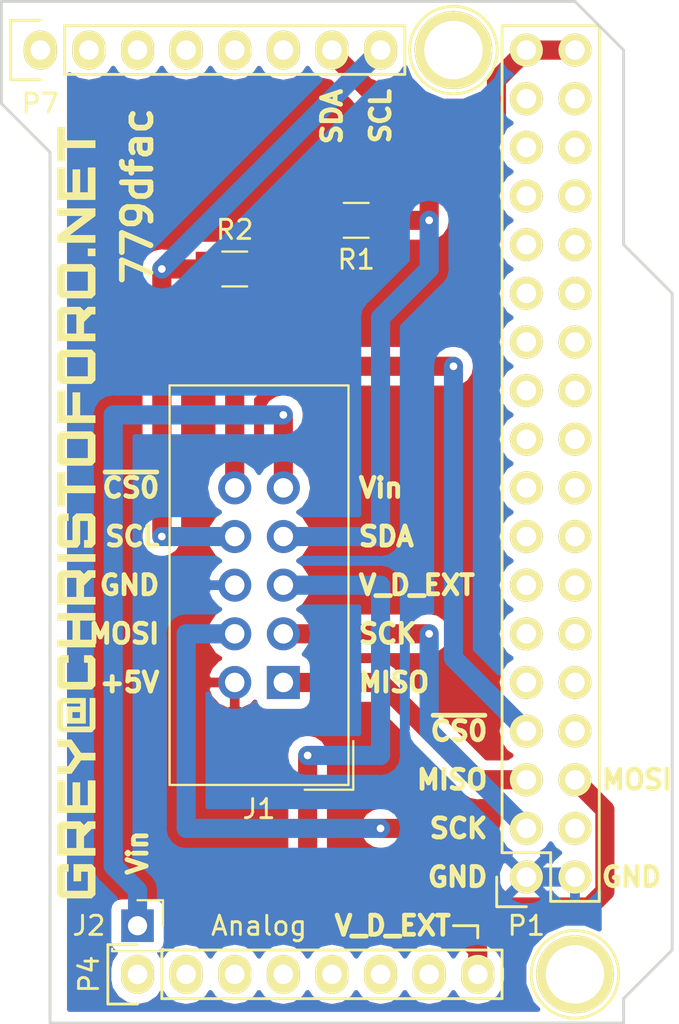
<source format=kicad_pcb>
(kicad_pcb (version 20171130) (host pcbnew "(5.0.0-rc1)")

  (general
    (thickness 1.6)
    (drawings 34)
    (tracks 62)
    (zones 0)
    (modules 10)
    (nets 11)
  )

  (page A4)
  (title_block
    (date "mar. 31 mars 2015")
  )

  (layers
    (0 F.Cu signal)
    (31 B.Cu signal)
    (32 B.Adhes user)
    (33 F.Adhes user)
    (34 B.Paste user)
    (35 F.Paste user)
    (36 B.SilkS user)
    (37 F.SilkS user)
    (38 B.Mask user)
    (39 F.Mask user)
    (40 Dwgs.User user)
    (41 Cmts.User user)
    (42 Eco1.User user)
    (43 Eco2.User user)
    (44 Edge.Cuts user)
    (45 Margin user)
    (46 B.CrtYd user)
    (47 F.CrtYd user)
    (48 B.Fab user)
    (49 F.Fab user)
  )

  (setup
    (last_trace_width 0.25)
    (user_trace_width 0.4)
    (user_trace_width 1)
    (trace_clearance 0.2)
    (zone_clearance 0.508)
    (zone_45_only no)
    (trace_min 0.2)
    (segment_width 0.15)
    (edge_width 0.15)
    (via_size 0.6)
    (via_drill 0.4)
    (via_min_size 0.4)
    (via_min_drill 0.3)
    (uvia_size 0.3)
    (uvia_drill 0.1)
    (uvias_allowed no)
    (uvia_min_size 0.2)
    (uvia_min_drill 0.1)
    (pcb_text_width 0.3)
    (pcb_text_size 1.5 1.5)
    (mod_edge_width 0.15)
    (mod_text_size 1 1)
    (mod_text_width 0.15)
    (pad_size 4.064 4.064)
    (pad_drill 3.048)
    (pad_to_mask_clearance 0)
    (aux_axis_origin 103.378 121.666)
    (grid_origin 177.038 119.126)
    (visible_elements FFFFFF7F)
    (pcbplotparams
      (layerselection 0x010fc_ffffffff)
      (usegerberextensions false)
      (usegerberattributes true)
      (usegerberadvancedattributes true)
      (creategerberjobfile true)
      (excludeedgelayer true)
      (linewidth 0.100000)
      (plotframeref false)
      (viasonmask false)
      (mode 1)
      (useauxorigin false)
      (hpglpennumber 1)
      (hpglpenspeed 20)
      (hpglpendiameter 15)
      (psnegative false)
      (psa4output false)
      (plotreference true)
      (plotvalue true)
      (plotinvisibletext false)
      (padsonsilk false)
      (subtractmaskfromsilk false)
      (outputformat 1)
      (mirror false)
      (drillshape 0)
      (scaleselection 1)
      (outputdirectory output/))
  )

  (net 0 "")
  (net 1 GND)
  (net 2 +5V)
  (net 3 MISO)
  (net 4 SCK)
  (net 5 MOSI)
  (net 6 V_D_EXT)
  (net 7 SDA)
  (net 8 SCL)
  (net 9 /Vin)
  (net 10 ~CS0)

  (net_class Default "This is the default net class."
    (clearance 0.2)
    (trace_width 0.25)
    (via_dia 0.6)
    (via_drill 0.4)
    (uvia_dia 0.3)
    (uvia_drill 0.1)
    (add_net +5V)
    (add_net /Vin)
    (add_net GND)
    (add_net MISO)
    (add_net MOSI)
    (add_net SCK)
    (add_net SCL)
    (add_net SDA)
    (add_net V_D_EXT)
    (add_net ~CS0)
  )

  (module myparts:Socket_Strip_Arduino_2x18 (layer F.Cu) (tedit 5A887920) (tstamp 5AA12D42)
    (at 197.358 114.046 90)
    (descr "Through hole socket strip")
    (tags "socket strip")
    (path /56D743B5)
    (fp_text reference P1 (at -2.54 0 180) (layer F.SilkS)
      (effects (font (size 1 1) (thickness 0.15)))
    )
    (fp_text value Digital (at 17.78 5.08 90) (layer F.Fab)
      (effects (font (size 1 1) (thickness 0.15)))
    )
    (fp_line (start -1.55 -1.55) (end -1.55 0) (layer F.SilkS) (width 0.15))
    (fp_line (start 1.27 1.27) (end 1.27 -1.27) (layer F.SilkS) (width 0.15))
    (fp_line (start -1.27 1.27) (end 1.27 1.27) (layer F.SilkS) (width 0.15))
    (fp_line (start 0 -1.55) (end -1.55 -1.55) (layer F.SilkS) (width 0.15))
    (fp_line (start -1.27 3.81) (end -1.27 1.27) (layer F.SilkS) (width 0.15))
    (fp_line (start 44.45 3.81) (end 44.45 -1.27) (layer F.SilkS) (width 0.15))
    (fp_line (start 44.45 -1.27) (end 1.27 -1.27) (layer F.SilkS) (width 0.15))
    (fp_line (start -1.27 3.81) (end 44.45 3.81) (layer F.SilkS) (width 0.15))
    (fp_line (start -1.75 4.3) (end 44.95 4.3) (layer F.CrtYd) (width 0.05))
    (fp_line (start -1.75 -1.75) (end 44.95 -1.75) (layer F.CrtYd) (width 0.05))
    (fp_line (start 44.95 -1.75) (end 44.95 4.3) (layer F.CrtYd) (width 0.05))
    (fp_line (start -1.75 -1.75) (end -1.75 4.3) (layer F.CrtYd) (width 0.05))
    (pad 36 thru_hole oval (at 43.18 2.54 90) (size 1.7272 1.7272) (drill 1.016) (layers *.Cu *.Mask F.SilkS)
      (net 2 +5V))
    (pad 35 thru_hole oval (at 43.18 0 90) (size 1.7272 1.7272) (drill 1.016) (layers *.Cu *.Mask F.SilkS)
      (net 2 +5V))
    (pad 34 thru_hole oval (at 40.64 2.54 90) (size 1.7272 1.7272) (drill 1.016) (layers *.Cu *.Mask F.SilkS))
    (pad 33 thru_hole oval (at 40.64 0 90) (size 1.7272 1.7272) (drill 1.016) (layers *.Cu *.Mask F.SilkS))
    (pad 32 thru_hole oval (at 38.1 2.54 90) (size 1.7272 1.7272) (drill 1.016) (layers *.Cu *.Mask F.SilkS))
    (pad 31 thru_hole oval (at 38.1 0 90) (size 1.7272 1.7272) (drill 1.016) (layers *.Cu *.Mask F.SilkS))
    (pad 30 thru_hole oval (at 35.56 2.54 90) (size 1.7272 1.7272) (drill 1.016) (layers *.Cu *.Mask F.SilkS))
    (pad 29 thru_hole oval (at 35.56 0 90) (size 1.7272 1.7272) (drill 1.016) (layers *.Cu *.Mask F.SilkS))
    (pad 28 thru_hole oval (at 33.02 2.54 90) (size 1.7272 1.7272) (drill 1.016) (layers *.Cu *.Mask F.SilkS))
    (pad 27 thru_hole oval (at 33.02 0 90) (size 1.7272 1.7272) (drill 1.016) (layers *.Cu *.Mask F.SilkS))
    (pad 26 thru_hole oval (at 30.48 2.54 90) (size 1.7272 1.7272) (drill 1.016) (layers *.Cu *.Mask F.SilkS))
    (pad 25 thru_hole oval (at 30.48 0 90) (size 1.7272 1.7272) (drill 1.016) (layers *.Cu *.Mask F.SilkS))
    (pad 24 thru_hole oval (at 27.94 2.54 90) (size 1.7272 1.7272) (drill 1.016) (layers *.Cu *.Mask F.SilkS))
    (pad 23 thru_hole oval (at 27.94 0 90) (size 1.7272 1.7272) (drill 1.016) (layers *.Cu *.Mask F.SilkS))
    (pad 22 thru_hole oval (at 25.4 2.54 90) (size 1.7272 1.7272) (drill 1.016) (layers *.Cu *.Mask F.SilkS))
    (pad 21 thru_hole oval (at 25.4 0 90) (size 1.7272 1.7272) (drill 1.016) (layers *.Cu *.Mask F.SilkS))
    (pad 20 thru_hole oval (at 22.86 2.54 90) (size 1.7272 1.7272) (drill 1.016) (layers *.Cu *.Mask F.SilkS))
    (pad 19 thru_hole oval (at 22.86 0 90) (size 1.7272 1.7272) (drill 1.016) (layers *.Cu *.Mask F.SilkS))
    (pad 18 thru_hole oval (at 20.32 2.54 90) (size 1.7272 1.7272) (drill 1.016) (layers *.Cu *.Mask F.SilkS))
    (pad 17 thru_hole oval (at 20.32 0 90) (size 1.7272 1.7272) (drill 1.016) (layers *.Cu *.Mask F.SilkS))
    (pad 16 thru_hole oval (at 17.78 2.54 90) (size 1.7272 1.7272) (drill 1.016) (layers *.Cu *.Mask F.SilkS))
    (pad 15 thru_hole oval (at 17.78 0 90) (size 1.7272 1.7272) (drill 1.016) (layers *.Cu *.Mask F.SilkS))
    (pad 14 thru_hole oval (at 15.24 2.54 90) (size 1.7272 1.7272) (drill 1.016) (layers *.Cu *.Mask F.SilkS))
    (pad 13 thru_hole oval (at 15.24 0 90) (size 1.7272 1.7272) (drill 1.016) (layers *.Cu *.Mask F.SilkS))
    (pad 12 thru_hole oval (at 12.7 2.54 90) (size 1.7272 1.7272) (drill 1.016) (layers *.Cu *.Mask F.SilkS))
    (pad 11 thru_hole oval (at 12.7 0 90) (size 1.7272 1.7272) (drill 1.016) (layers *.Cu *.Mask F.SilkS))
    (pad 10 thru_hole oval (at 10.16 2.54 90) (size 1.7272 1.7272) (drill 1.016) (layers *.Cu *.Mask F.SilkS))
    (pad 9 thru_hole oval (at 10.16 0 90) (size 1.7272 1.7272) (drill 1.016) (layers *.Cu *.Mask F.SilkS))
    (pad 8 thru_hole oval (at 7.62 2.54 90) (size 1.7272 1.7272) (drill 1.016) (layers *.Cu *.Mask F.SilkS))
    (pad 7 thru_hole oval (at 7.62 0 90) (size 1.7272 1.7272) (drill 1.016) (layers *.Cu *.Mask F.SilkS)
      (net 10 ~CS0))
    (pad 6 thru_hole oval (at 5.08 2.54 90) (size 1.7272 1.7272) (drill 1.016) (layers *.Cu *.Mask F.SilkS)
      (net 5 MOSI))
    (pad 5 thru_hole oval (at 5.08 0 90) (size 1.7272 1.7272) (drill 1.016) (layers *.Cu *.Mask F.SilkS)
      (net 3 MISO))
    (pad 4 thru_hole oval (at 2.54 2.54 90) (size 1.7272 1.7272) (drill 1.016) (layers *.Cu *.Mask F.SilkS))
    (pad 3 thru_hole oval (at 2.54 0 90) (size 1.7272 1.7272) (drill 1.016) (layers *.Cu *.Mask F.SilkS)
      (net 4 SCK))
    (pad 2 thru_hole oval (at 0 2.54 90) (size 1.7272 1.7272) (drill 1.016) (layers *.Cu *.Mask F.SilkS)
      (net 1 GND))
    (pad 1 thru_hole circle (at 0 0 90) (size 1.7272 1.7272) (drill 1.016) (layers *.Cu *.Mask F.SilkS)
      (net 1 GND))
    (model ${KIPRJMOD}/sharedLibs/myparts.3dshapes/Socket_header_Arduino_2x18.wrl
      (offset (xyz 21.58999967575073 -1.269999980926514 0))
      (scale (xyz 1 1 1))
      (rotate (xyz 0 0 180))
    )
  )

  (module myparts:logo (layer F.Cu) (tedit 0) (tstamp 5AA12B66)
    (at 173.863 94.996 90)
    (path /5A893AFD)
    (fp_text reference L1 (at 0 -4 90) (layer F.SilkS) hide
      (effects (font (size 1.524 1.524) (thickness 0.2)))
    )
    (fp_text value GREY@CHRISTOFORO.NET (at 0 4 90) (layer F.SilkS) hide
      (effects (font (size 1.524 1.524) (thickness 0.2)))
    )
    (fp_poly (pts (xy 8.491005 -0.820672) (xy 8.293997 -1.023438) (xy 6.89484 -1.023438) (xy 6.69778 -0.820672)
      (xy 7.097553 -0.623664) (xy 8.09411 -0.623664) (xy 8.09411 0.57684) (xy 7.097553 0.57684)
      (xy 7.097553 -0.623664) (xy 6.69778 -0.820672) (xy 6.69778 0.779554) (xy 6.89484 0.976563)
      (xy 8.293997 0.976563) (xy 8.491005 0.779554)) (layer F.SilkS) (width 0.001))
    (fp_poly (pts (xy -3.826794 0.379625) (xy -3.626907 0.576737) (xy -3.42702 0.779502) (xy -3.42702 0.976563)
      (xy -3.030124 0.976563) (xy -3.030124 0.576737) (xy -3.227133 0.379625) (xy -3.030124 0.179738)
      (xy -3.030124 -0.820672) (xy -3.227133 -1.023438) (xy -4.82335 -1.023438) (xy -4.82335 0.976563)
      (xy -4.423576 0.976563) (xy -4.423576 -0.623664) (xy -3.42702 -0.623664) (xy -3.42702 -0.020148)
      (xy -4.423576 -0.020148) (xy -4.423576 -0.623664) (xy -4.423576 0.379625) (xy -3.826794 0.379625)) (layer F.SilkS) (width 0.001))
    (fp_poly (pts (xy -2.59027 -1.023438) (xy -2.59027 0.976563) (xy -2.190497 0.976563) (xy -2.190497 -1.023438)) (layer F.SilkS) (width 0.001))
    (fp_poly (pts (xy 6.257247 0.178967) (xy 6.257247 -0.220805) (xy 5.060814 -0.220805) (xy 5.060814 -0.623664)
      (xy 6.357165 -0.623664) (xy 6.357165 -1.023438) (xy 4.66104 -1.023438) (xy 4.66104 0.976563)
      (xy 5.060814 0.976563) (xy 5.060814 0.178967)) (layer F.SilkS) (width 0.001))
    (fp_poly (pts (xy 12.957185 -0.820672) (xy 12.760177 -1.023438) (xy 11.36102 -1.023438) (xy 11.16396 -0.820672)
      (xy 11.563734 -0.623664) (xy 12.56029 -0.623664) (xy 12.56029 0.57684) (xy 11.563734 0.57684)
      (xy 11.563734 -0.623664) (xy 11.16396 -0.820672) (xy 11.16396 0.779554) (xy 11.36102 0.976563)
      (xy 12.760177 0.976563) (xy 12.957185 0.779554)) (layer F.SilkS) (width 0.001))
    (fp_poly (pts (xy -0.060892 -0.024208) (xy -0.257901 -0.224095) (xy -1.454343 -0.224095) (xy -1.454343 -0.623664)
      (xy -0.457788 -0.623664) (xy -0.457788 -0.423777) (xy -0.060892 -0.423777) (xy -0.060892 -0.820672)
      (xy -0.257901 -1.023438) (xy -1.657057 -1.023438) (xy -1.854117 -0.820672) (xy -1.854117 0.035773)
      (xy -1.657057 0.178557) (xy -0.457788 0.178557) (xy -0.457788 0.57684) (xy -1.454343 0.57684)
      (xy -1.454343 0.379111) (xy -1.854117 0.379111) (xy -1.854117 0.779554) (xy -1.657057 0.976563)
      (xy -0.257901 0.976563) (xy -0.060892 0.779554)) (layer F.SilkS) (width 0.001))
    (fp_poly (pts (xy 4.221186 -0.820672) (xy 4.024178 -1.023438) (xy 2.625021 -1.023438) (xy 2.827734 0.57684)
      (xy 2.827734 -0.623664) (xy 3.824291 -0.623664) (xy 3.824291 0.57684) (xy 2.827734 0.57684)
      (xy 2.625021 -1.023438) (xy 2.427961 -0.820672) (xy 2.427961 0.779554) (xy 2.625021 0.976563)
      (xy 4.024178 0.976563) (xy 4.221186 0.779554)) (layer F.SilkS) (width 0.001))
    (fp_poly (pts (xy 2.086554 -0.623664) (xy 2.086554 -1.023438) (xy 0.29333 -1.023438) (xy 0.29333 -0.623664)
      (xy 0.992907 -0.623664) (xy 0.992907 0.976563) (xy 1.392681 0.976563) (xy 1.392681 -0.623664)) (layer F.SilkS) (width 0.001))
    (fp_poly (pts (xy 13.368472 0.57684) (xy 13.368472 0.976563) (xy 13.768246 0.976563) (xy 13.768246 0.57684)) (layer F.SilkS) (width 0.001))
    (fp_poly (pts (xy 18.317383 -1.023438) (xy 18.317383 -0.623664) (xy 19.016961 -0.623664) (xy 19.016961 0.976563)
      (xy 19.416735 0.976563) (xy 19.416735 -0.623664) (xy 20.110609 -0.623664) (xy 20.110609 -1.023438)) (layer F.SilkS) (width 0.001))
    (fp_poly (pts (xy 14.071803 0.976563) (xy 14.471577 0.976563) (xy 14.471577 -0.35773) (xy 15.468133 0.976563)
      (xy 15.865029 0.976563) (xy 15.865029 -1.023438) (xy 15.468133 -1.023438) (xy 15.468133 0.308028)
      (xy 14.471577 -1.023438) (xy 14.071803 -1.023438)) (layer F.SilkS) (width 0.001))
    (fp_poly (pts (xy -8.859015 -0.623664) (xy -7.862459 -0.623664) (xy -7.862459 -0.423777) (xy -7.465563 -0.423777)
      (xy -7.465563 -0.820672) (xy -7.662572 -1.023438) (xy -9.061729 -1.023438) (xy -9.258789 -0.820672)
      (xy -9.258789 0.779554) (xy -9.061729 0.976563) (xy -7.662572 0.976563) (xy -7.465563 0.779554)
      (xy -7.465563 0.37978) (xy -7.862459 0.37978) (xy -7.862459 0.57684) (xy -8.859015 0.57684)) (layer F.SilkS) (width 0.001))
    (fp_poly (pts (xy -6.656661 -1.023438) (xy -7.056435 -1.023438) (xy -7.056435 0.976563) (xy -6.656661 0.976563)
      (xy -6.656661 0.178967) (xy -5.660105 0.178967) (xy -5.660105 0.976563) (xy -5.263209 0.976563)
      (xy -5.263209 -1.023438) (xy -5.660105 -1.023438) (xy -5.660105 -0.220805) (xy -6.656661 -0.220805)) (layer F.SilkS) (width 0.001))
    (fp_poly (pts (xy 10.527087 -1.023438) (xy 8.93087 -1.023438) (xy 8.93087 0.976563) (xy 9.330644 0.976563)
      (xy 9.330644 -0.623664) (xy 10.3272 -0.623664) (xy 10.3272 -0.020148) (xy 9.330644 -0.020148)
      (xy 9.330644 -0.623664) (xy 9.330644 0.976563) (xy 9.330644 0.379625) (xy 9.927426 0.379625)
      (xy 10.127313 0.576737) (xy 10.3272 0.779502) (xy 10.3272 0.976563) (xy 10.724095 0.976563)
      (xy 10.724095 0.576737) (xy 10.527087 0.379625) (xy 10.724095 0.179738) (xy 10.724095 -0.820672)) (layer F.SilkS) (width 0.001))
    (fp_poly (pts (xy -12.765625 -0.109117) (xy -13.259611 -0.446289) (xy -13.259611 -1.023438) (xy -13.659385 -1.023438)
      (xy -13.659385 -0.277704) (xy -12.959807 0.222296) (xy -12.959807 0.976563) (xy -12.56286 0.976563)
      (xy -12.56286 0.222296) (xy -11.86616 -0.277704) (xy -11.86616 -1.023438) (xy -12.263055 -1.023438)
      (xy -12.263055 -0.446289)) (layer F.SilkS) (width 0.001))
    (fp_poly (pts (xy -9.698653 0.673931) (xy -11.189196 0.673931) (xy -11.189196 -0.72646) (xy -9.992753 -0.72646)
      (xy -9.992753 0.179173) (xy -10.144069 0.179173) (xy -10.144069 -0.530016) (xy -11.037829 -0.530016)
      (xy -11.037829 0.473273) (xy -10.743729 0.167763) (xy -10.743729 -0.227333) (xy -10.43822 -0.227333)
      (xy -10.43822 0.167763) (xy -10.743729 0.167763) (xy -11.037829 0.473273) (xy -9.698653 0.473273)
      (xy -9.698653 -0.820672) (xy -9.895662 -1.023438) (xy -11.294819 -1.023438) (xy -11.491879 -0.820672)
      (xy -11.491879 0.779554) (xy -11.294819 0.976563) (xy -9.698653 0.976563)) (layer F.SilkS) (width 0.001))
    (fp_poly (pts (xy -18.373304 -0.16987) (xy -19.272769 -0.16987) (xy -19.272769 0.229851) (xy -18.770199 0.229851)
      (xy -18.770199 0.57684) (xy -19.766756 0.57684) (xy -19.766756 -0.623664) (xy -18.770199 -0.623664)
      (xy -18.770199 -0.423777) (xy -18.373304 -0.423777) (xy -18.373304 -0.820672) (xy -18.570313 -1.023438)
      (xy -19.96947 -1.023438) (xy -20.16653 -0.820672) (xy -20.16653 0.779554) (xy -19.96947 0.976563)
      (xy -18.570313 0.976563) (xy -18.373304 0.779554)) (layer F.SilkS) (width 0.001))
    (fp_poly (pts (xy -15.300576 0.178967) (xy -14.104132 0.178967) (xy -14.104132 -0.220805) (xy -15.300576 -0.220805)
      (xy -15.300576 -0.623664) (xy -14.004215 -0.623664) (xy -14.004215 -1.023438) (xy -15.70035 -1.023438)
      (xy -15.70035 0.976563) (xy -14.004215 0.976563) (xy -14.004215 0.57684) (xy -15.300576 0.57684)) (layer F.SilkS) (width 0.001))
    (fp_poly (pts (xy -17.533666 0.379625) (xy -16.936883 0.379625) (xy -16.736996 0.576737) (xy -16.537109 0.779502)
      (xy -16.537109 0.976563) (xy -16.140214 0.976563) (xy -16.140214 0.576737) (xy -16.337222 0.379625)
      (xy -16.140214 0.179738) (xy -16.140214 -0.820672) (xy -16.337222 -1.023438) (xy -17.93344 -1.023438)
      (xy -17.93344 0.976563) (xy -17.533666 0.976563) (xy -17.533666 -0.623664) (xy -16.537109 -0.623664)
      (xy -16.537109 -0.020148) (xy -17.533666 -0.020148)) (layer F.SilkS) (width 0.001))
    (fp_poly (pts (xy 18.001028 0.976563) (xy 18.001028 0.57684) (xy 16.704667 0.57684) (xy 16.704667 0.178967)
      (xy 17.90111 0.178967) (xy 17.90111 -0.220805) (xy 16.704667 -0.220805) (xy 16.704667 -0.623664)
      (xy 18.001028 -0.623664) (xy 18.001028 -1.023438) (xy 16.304893 -1.023438) (xy 16.304893 0.976563)) (layer F.SilkS) (width 0.001))
  )

  (module myparts:Socket_Strip_Arduino_1x08 (layer F.Cu) (tedit 5AA12A5B) (tstamp 5AB19D11)
    (at 177.038 119.126)
    (descr "Through hole socket strip")
    (tags "socket strip")
    (path /56D73A0E)
    (fp_text reference P4 (at -2.54 0 90) (layer F.SilkS)
      (effects (font (size 1 1) (thickness 0.15)))
    )
    (fp_text value Analog (at 6.35 -2.54) (layer F.SilkS)
      (effects (font (size 1 1) (thickness 0.15)))
    )
    (fp_line (start -1.55 -1.55) (end -1.55 1.55) (layer F.SilkS) (width 0.15))
    (fp_line (start 0 -1.55) (end -1.55 -1.55) (layer F.SilkS) (width 0.15))
    (fp_line (start 1.27 1.27) (end 1.27 -1.27) (layer F.SilkS) (width 0.15))
    (fp_line (start -1.55 1.55) (end 0 1.55) (layer F.SilkS) (width 0.15))
    (fp_line (start 19.05 -1.27) (end 1.27 -1.27) (layer F.SilkS) (width 0.15))
    (fp_line (start 19.05 1.27) (end 19.05 -1.27) (layer F.SilkS) (width 0.15))
    (fp_line (start 1.27 1.27) (end 19.05 1.27) (layer F.SilkS) (width 0.15))
    (fp_line (start -1.75 1.75) (end 19.55 1.75) (layer F.CrtYd) (width 0.05))
    (fp_line (start -1.75 -1.75) (end 19.55 -1.75) (layer F.CrtYd) (width 0.05))
    (fp_line (start 19.55 -1.75) (end 19.55 1.75) (layer F.CrtYd) (width 0.05))
    (fp_line (start -1.75 -1.75) (end -1.75 1.75) (layer F.CrtYd) (width 0.05))
    (pad 8 thru_hole oval (at 17.78 0) (size 1.7272 2.032) (drill 1.016) (layers *.Cu *.Mask F.SilkS)
      (net 6 V_D_EXT))
    (pad 7 thru_hole oval (at 15.24 0) (size 1.7272 2.032) (drill 1.016) (layers *.Cu *.Mask F.SilkS))
    (pad 6 thru_hole oval (at 12.7 0) (size 1.7272 2.032) (drill 1.016) (layers *.Cu *.Mask F.SilkS))
    (pad 5 thru_hole oval (at 10.16 0) (size 1.7272 2.032) (drill 1.016) (layers *.Cu *.Mask F.SilkS))
    (pad 4 thru_hole oval (at 7.62 0) (size 1.7272 2.032) (drill 1.016) (layers *.Cu *.Mask F.SilkS))
    (pad 3 thru_hole oval (at 5.08 0) (size 1.7272 2.032) (drill 1.016) (layers *.Cu *.Mask F.SilkS))
    (pad 2 thru_hole oval (at 2.54 0) (size 1.7272 2.032) (drill 1.016) (layers *.Cu *.Mask F.SilkS))
    (pad 1 thru_hole oval (at 0 0) (size 1.7272 2.032) (drill 1.016) (layers *.Cu *.Mask F.SilkS))
    (model ${KIPRJMOD}/sharedLibs/myparts.3dshapes/Socket_header_Arduino_1x08.wrl
      (offset (xyz 8.889999866485596 0 0))
      (scale (xyz 1 1 1))
      (rotate (xyz 0 0 180))
    )
  )

  (module myparts:Socket_Strip_Arduino_1x08 (layer F.Cu) (tedit 5A8878C9) (tstamp 5AB19D27)
    (at 171.958 70.866)
    (descr "Through hole socket strip")
    (tags "socket strip")
    (path /56D73F2C)
    (fp_text reference P7 (at 0 2.794) (layer F.SilkS)
      (effects (font (size 1 1) (thickness 0.15)))
    )
    (fp_text value Communication (at 8.89 4.064) (layer F.Fab)
      (effects (font (size 1 1) (thickness 0.15)))
    )
    (fp_line (start -1.55 -1.55) (end -1.55 1.55) (layer F.SilkS) (width 0.15))
    (fp_line (start 0 -1.55) (end -1.55 -1.55) (layer F.SilkS) (width 0.15))
    (fp_line (start 1.27 1.27) (end 1.27 -1.27) (layer F.SilkS) (width 0.15))
    (fp_line (start -1.55 1.55) (end 0 1.55) (layer F.SilkS) (width 0.15))
    (fp_line (start 19.05 -1.27) (end 1.27 -1.27) (layer F.SilkS) (width 0.15))
    (fp_line (start 19.05 1.27) (end 19.05 -1.27) (layer F.SilkS) (width 0.15))
    (fp_line (start 1.27 1.27) (end 19.05 1.27) (layer F.SilkS) (width 0.15))
    (fp_line (start -1.75 1.75) (end 19.55 1.75) (layer F.CrtYd) (width 0.05))
    (fp_line (start -1.75 -1.75) (end 19.55 -1.75) (layer F.CrtYd) (width 0.05))
    (fp_line (start 19.55 -1.75) (end 19.55 1.75) (layer F.CrtYd) (width 0.05))
    (fp_line (start -1.75 -1.75) (end -1.75 1.75) (layer F.CrtYd) (width 0.05))
    (pad 8 thru_hole oval (at 17.78 0) (size 1.7272 2.032) (drill 1.016) (layers *.Cu *.Mask F.SilkS)
      (net 8 SCL))
    (pad 7 thru_hole oval (at 15.24 0) (size 1.7272 2.032) (drill 1.016) (layers *.Cu *.Mask F.SilkS)
      (net 7 SDA))
    (pad 6 thru_hole oval (at 12.7 0) (size 1.7272 2.032) (drill 1.016) (layers *.Cu *.Mask F.SilkS))
    (pad 5 thru_hole oval (at 10.16 0) (size 1.7272 2.032) (drill 1.016) (layers *.Cu *.Mask F.SilkS))
    (pad 4 thru_hole oval (at 7.62 0) (size 1.7272 2.032) (drill 1.016) (layers *.Cu *.Mask F.SilkS))
    (pad 3 thru_hole oval (at 5.08 0) (size 1.7272 2.032) (drill 1.016) (layers *.Cu *.Mask F.SilkS))
    (pad 2 thru_hole oval (at 2.54 0) (size 1.7272 2.032) (drill 1.016) (layers *.Cu *.Mask F.SilkS))
    (pad 1 thru_hole oval (at 0 0) (size 1.7272 2.032) (drill 1.016) (layers *.Cu *.Mask F.SilkS))
    (model ${KIPRJMOD}/sharedLibs/myparts.3dshapes/Socket_header_Arduino_1x08.wrl
      (offset (xyz 8.889999866485596 0 0))
      (scale (xyz 1 1 1))
      (rotate (xyz 0 0 180))
    )
  )

  (module myparts:Arduino_1pin (layer F.Cu) (tedit 0) (tstamp 5AB19D3D)
    (at 199.898 119.126)
    (descr "module 1 pin (ou trou mecanique de percage)")
    (tags DEV)
    (path /56D70CE6)
    (fp_text reference P10 (at 0 -3.048) (layer F.SilkS) hide
      (effects (font (size 1 1) (thickness 0.15)))
    )
    (fp_text value CONN_01X01 (at 0 2.794) (layer F.Fab) hide
      (effects (font (size 1 1) (thickness 0.15)))
    )
    (fp_circle (center 0 0) (end 0 -2.286) (layer F.SilkS) (width 0.15))
    (pad 1 thru_hole circle (at 0 0) (size 4.064 4.064) (drill 3.048) (layers *.Cu *.Mask F.SilkS))
  )

  (module myparts:Arduino_1pin (layer F.Cu) (tedit 0) (tstamp 5AB19D42)
    (at 193.548 70.866)
    (descr "module 1 pin (ou trou mecanique de percage)")
    (tags DEV)
    (path /56D711F0)
    (fp_text reference P13 (at 0 -3.048) (layer F.SilkS) hide
      (effects (font (size 1 1) (thickness 0.15)))
    )
    (fp_text value CONN_01X01 (at 0 2.794) (layer F.Fab) hide
      (effects (font (size 1 1) (thickness 0.15)))
    )
    (fp_circle (center 0 0) (end 0 -2.286) (layer F.SilkS) (width 0.15))
    (pad 1 thru_hole circle (at 0 0) (size 4.064 4.064) (drill 3.048) (layers *.Cu *.Mask F.SilkS))
  )

  (module Connector_IDC:IDC-Header_2x05_P2.54mm_Vertical (layer F.Cu) (tedit 59DE0611) (tstamp 5AC9C1FC)
    (at 184.658 103.886 180)
    (descr "Through hole straight IDC box header, 2x05, 2.54mm pitch, double rows")
    (tags "Through hole IDC box header THT 2x05 2.54mm double row")
    (path /5A444940)
    (fp_text reference J1 (at 1.27 -6.604 180) (layer F.SilkS)
      (effects (font (size 1 1) (thickness 0.15)))
    )
    (fp_text value Conn_02x05_Odd_Even (at 1.27 16.764 180) (layer F.Fab)
      (effects (font (size 1 1) (thickness 0.15)))
    )
    (fp_text user %R (at 1.27 5.08 180) (layer F.Fab)
      (effects (font (size 1 1) (thickness 0.15)))
    )
    (fp_line (start 5.695 -5.1) (end 5.695 15.26) (layer F.Fab) (width 0.1))
    (fp_line (start 5.145 -4.56) (end 5.145 14.7) (layer F.Fab) (width 0.1))
    (fp_line (start -3.155 -5.1) (end -3.155 15.26) (layer F.Fab) (width 0.1))
    (fp_line (start -2.605 -4.56) (end -2.605 2.83) (layer F.Fab) (width 0.1))
    (fp_line (start -2.605 7.33) (end -2.605 14.7) (layer F.Fab) (width 0.1))
    (fp_line (start -2.605 2.83) (end -3.155 2.83) (layer F.Fab) (width 0.1))
    (fp_line (start -2.605 7.33) (end -3.155 7.33) (layer F.Fab) (width 0.1))
    (fp_line (start 5.695 -5.1) (end -3.155 -5.1) (layer F.Fab) (width 0.1))
    (fp_line (start 5.145 -4.56) (end -2.605 -4.56) (layer F.Fab) (width 0.1))
    (fp_line (start 5.695 15.26) (end -3.155 15.26) (layer F.Fab) (width 0.1))
    (fp_line (start 5.145 14.7) (end -2.605 14.7) (layer F.Fab) (width 0.1))
    (fp_line (start 5.695 -5.1) (end 5.145 -4.56) (layer F.Fab) (width 0.1))
    (fp_line (start 5.695 15.26) (end 5.145 14.7) (layer F.Fab) (width 0.1))
    (fp_line (start -3.155 -5.1) (end -2.605 -4.56) (layer F.Fab) (width 0.1))
    (fp_line (start -3.155 15.26) (end -2.605 14.7) (layer F.Fab) (width 0.1))
    (fp_line (start 5.95 -5.35) (end 5.95 15.51) (layer F.CrtYd) (width 0.05))
    (fp_line (start 5.95 15.51) (end -3.41 15.51) (layer F.CrtYd) (width 0.05))
    (fp_line (start -3.41 15.51) (end -3.41 -5.35) (layer F.CrtYd) (width 0.05))
    (fp_line (start -3.41 -5.35) (end 5.95 -5.35) (layer F.CrtYd) (width 0.05))
    (fp_line (start 5.945 -5.35) (end 5.945 15.51) (layer F.SilkS) (width 0.12))
    (fp_line (start 5.945 15.51) (end -3.405 15.51) (layer F.SilkS) (width 0.12))
    (fp_line (start -3.405 15.51) (end -3.405 -5.35) (layer F.SilkS) (width 0.12))
    (fp_line (start -3.405 -5.35) (end 5.945 -5.35) (layer F.SilkS) (width 0.12))
    (fp_line (start -3.655 -5.6) (end -3.655 -3.06) (layer F.SilkS) (width 0.12))
    (fp_line (start -3.655 -5.6) (end -1.115 -5.6) (layer F.SilkS) (width 0.12))
    (pad 1 thru_hole rect (at 0 0 180) (size 1.7272 1.7272) (drill 1.016) (layers *.Cu *.Mask)
      (net 3 MISO))
    (pad 2 thru_hole oval (at 2.54 0 180) (size 1.7272 1.7272) (drill 1.016) (layers *.Cu *.Mask)
      (net 2 +5V))
    (pad 3 thru_hole oval (at 0 2.54 180) (size 1.7272 1.7272) (drill 1.016) (layers *.Cu *.Mask)
      (net 4 SCK))
    (pad 4 thru_hole oval (at 2.54 2.54 180) (size 1.7272 1.7272) (drill 1.016) (layers *.Cu *.Mask)
      (net 5 MOSI))
    (pad 5 thru_hole oval (at 0 5.08 180) (size 1.7272 1.7272) (drill 1.016) (layers *.Cu *.Mask)
      (net 6 V_D_EXT))
    (pad 6 thru_hole oval (at 2.54 5.08 180) (size 1.7272 1.7272) (drill 1.016) (layers *.Cu *.Mask)
      (net 1 GND))
    (pad 7 thru_hole oval (at 0 7.62 180) (size 1.7272 1.7272) (drill 1.016) (layers *.Cu *.Mask)
      (net 7 SDA))
    (pad 8 thru_hole oval (at 2.54 7.62 180) (size 1.7272 1.7272) (drill 1.016) (layers *.Cu *.Mask)
      (net 8 SCL))
    (pad 9 thru_hole oval (at 0 10.16 180) (size 1.7272 1.7272) (drill 1.016) (layers *.Cu *.Mask)
      (net 9 /Vin))
    (pad 10 thru_hole oval (at 2.54 10.16 180) (size 1.7272 1.7272) (drill 1.016) (layers *.Cu *.Mask)
      (net 10 ~CS0))
    (model ${KISYS3DMOD}/Connector_IDC.3dshapes/IDC-Header_2x05_P2.54mm_Vertical.wrl
      (at (xyz 0 0 0))
      (scale (xyz 1 1 1))
      (rotate (xyz 0 0 0))
    )
  )

  (module Connector_PinSocket_2.54mm:PinSocket_1x01_P2.54mm_Vertical (layer F.Cu) (tedit 5A19A434) (tstamp 5AC9C223)
    (at 177.038 116.586)
    (descr "Through hole straight socket strip, 1x01, 2.54mm pitch, single row (from Kicad 4.0.7), script generated")
    (tags "Through hole socket strip THT 1x01 2.54mm single row")
    (path /5A446B3B)
    (fp_text reference J2 (at -2.54 0) (layer F.SilkS)
      (effects (font (size 1 1) (thickness 0.15)))
    )
    (fp_text value Conn_01x01 (at 0 2.77) (layer F.Fab)
      (effects (font (size 1 1) (thickness 0.15)))
    )
    (fp_line (start -1.27 -1.27) (end 0.635 -1.27) (layer F.Fab) (width 0.1))
    (fp_line (start 0.635 -1.27) (end 1.27 -0.635) (layer F.Fab) (width 0.1))
    (fp_line (start 1.27 -0.635) (end 1.27 1.27) (layer F.Fab) (width 0.1))
    (fp_line (start 1.27 1.27) (end -1.27 1.27) (layer F.Fab) (width 0.1))
    (fp_line (start -1.27 1.27) (end -1.27 -1.27) (layer F.Fab) (width 0.1))
    (fp_line (start -1.33 1.33) (end 1.33 1.33) (layer F.SilkS) (width 0.12))
    (fp_line (start -1.33 1.21) (end -1.33 1.33) (layer F.SilkS) (width 0.12))
    (fp_line (start 1.33 1.21) (end 1.33 1.33) (layer F.SilkS) (width 0.12))
    (fp_line (start 1.33 -1.33) (end 1.33 0) (layer F.SilkS) (width 0.12))
    (fp_line (start 0 -1.33) (end 1.33 -1.33) (layer F.SilkS) (width 0.12))
    (fp_line (start -1.8 -1.8) (end 1.75 -1.8) (layer F.CrtYd) (width 0.05))
    (fp_line (start 1.75 -1.8) (end 1.75 1.75) (layer F.CrtYd) (width 0.05))
    (fp_line (start 1.75 1.75) (end -1.8 1.75) (layer F.CrtYd) (width 0.05))
    (fp_line (start -1.8 1.75) (end -1.8 -1.8) (layer F.CrtYd) (width 0.05))
    (fp_text user %R (at 0 0) (layer F.Fab)
      (effects (font (size 1 1) (thickness 0.15)))
    )
    (pad 1 thru_hole rect (at 0 0) (size 1.7 1.7) (drill 1) (layers *.Cu *.Mask)
      (net 9 /Vin))
    (model ${KISYS3DMOD}/Connector_PinSocket_2.54mm.3dshapes/PinSocket_1x01_P2.54mm_Vertical.wrl
      (at (xyz 0 0 0))
      (scale (xyz 1 1 1))
      (rotate (xyz 0 0 0))
    )
  )

  (module Resistor_SMD:R_1206_3216Metric (layer F.Cu) (tedit 59FE48B8) (tstamp 5AC9C236)
    (at 188.468 79.756 180)
    (descr "Resistor SMD 1206 (3216 Metric), square (rectangular) end terminal, IPC_7351 nominal, (Body size source: http://www.tortai-tech.com/upload/download/2011102023233369053.pdf), generated with kicad-footprint-generator")
    (tags resistor)
    (path /5A445572)
    (attr smd)
    (fp_text reference R1 (at 0 -2.05 180) (layer F.SilkS)
      (effects (font (size 1 1) (thickness 0.15)))
    )
    (fp_text value 100K (at 0 2.05 180) (layer F.Fab)
      (effects (font (size 1 1) (thickness 0.15)))
    )
    (fp_line (start -1.6 0.8) (end -1.6 -0.8) (layer F.Fab) (width 0.1))
    (fp_line (start -1.6 -0.8) (end 1.6 -0.8) (layer F.Fab) (width 0.1))
    (fp_line (start 1.6 -0.8) (end 1.6 0.8) (layer F.Fab) (width 0.1))
    (fp_line (start 1.6 0.8) (end -1.6 0.8) (layer F.Fab) (width 0.1))
    (fp_line (start -0.65 -0.91) (end 0.65 -0.91) (layer F.SilkS) (width 0.12))
    (fp_line (start -0.65 0.91) (end 0.65 0.91) (layer F.SilkS) (width 0.12))
    (fp_line (start -2.29 1.15) (end -2.29 -1.15) (layer F.CrtYd) (width 0.05))
    (fp_line (start -2.29 -1.15) (end 2.29 -1.15) (layer F.CrtYd) (width 0.05))
    (fp_line (start 2.29 -1.15) (end 2.29 1.15) (layer F.CrtYd) (width 0.05))
    (fp_line (start 2.29 1.15) (end -2.29 1.15) (layer F.CrtYd) (width 0.05))
    (fp_text user %R (at 0 0 180) (layer F.Fab)
      (effects (font (size 0.8 0.8) (thickness 0.12)))
    )
    (pad 1 smd rect (at -1.505 0 180) (size 1.07 1.8) (layers F.Cu F.Paste F.Mask)
      (net 7 SDA))
    (pad 2 smd rect (at 1.505 0 180) (size 1.07 1.8) (layers F.Cu F.Paste F.Mask)
      (net 2 +5V))
    (model ${KISYS3DMOD}/Resistor_SMD.3dshapes/R_1206_3216Metric.wrl
      (at (xyz 0 0 0))
      (scale (xyz 1 1 1))
      (rotate (xyz 0 0 0))
    )
  )

  (module Resistor_SMD:R_1206_3216Metric (layer F.Cu) (tedit 59FE48B8) (tstamp 5AC9C246)
    (at 182.118 82.296)
    (descr "Resistor SMD 1206 (3216 Metric), square (rectangular) end terminal, IPC_7351 nominal, (Body size source: http://www.tortai-tech.com/upload/download/2011102023233369053.pdf), generated with kicad-footprint-generator")
    (tags resistor)
    (path /5A44577C)
    (attr smd)
    (fp_text reference R2 (at 0 -2.05) (layer F.SilkS)
      (effects (font (size 1 1) (thickness 0.15)))
    )
    (fp_text value 100K (at 0 2.05) (layer F.Fab)
      (effects (font (size 1 1) (thickness 0.15)))
    )
    (fp_text user %R (at 0 0) (layer F.Fab)
      (effects (font (size 0.8 0.8) (thickness 0.12)))
    )
    (fp_line (start 2.29 1.15) (end -2.29 1.15) (layer F.CrtYd) (width 0.05))
    (fp_line (start 2.29 -1.15) (end 2.29 1.15) (layer F.CrtYd) (width 0.05))
    (fp_line (start -2.29 -1.15) (end 2.29 -1.15) (layer F.CrtYd) (width 0.05))
    (fp_line (start -2.29 1.15) (end -2.29 -1.15) (layer F.CrtYd) (width 0.05))
    (fp_line (start -0.65 0.91) (end 0.65 0.91) (layer F.SilkS) (width 0.12))
    (fp_line (start -0.65 -0.91) (end 0.65 -0.91) (layer F.SilkS) (width 0.12))
    (fp_line (start 1.6 0.8) (end -1.6 0.8) (layer F.Fab) (width 0.1))
    (fp_line (start 1.6 -0.8) (end 1.6 0.8) (layer F.Fab) (width 0.1))
    (fp_line (start -1.6 -0.8) (end 1.6 -0.8) (layer F.Fab) (width 0.1))
    (fp_line (start -1.6 0.8) (end -1.6 -0.8) (layer F.Fab) (width 0.1))
    (pad 2 smd rect (at 1.505 0) (size 1.07 1.8) (layers F.Cu F.Paste F.Mask)
      (net 2 +5V))
    (pad 1 smd rect (at -1.505 0) (size 1.07 1.8) (layers F.Cu F.Paste F.Mask)
      (net 8 SCL))
    (model ${KISYS3DMOD}/Resistor_SMD.3dshapes/R_1206_3216Metric.wrl
      (at (xyz 0 0 0))
      (scale (xyz 1 1 1))
      (rotate (xyz 0 0 0))
    )
  )

  (gr_text Vin (at 188.468 93.726) (layer F.SilkS) (tstamp 5AA12ABB)
    (effects (font (size 1 1) (thickness 0.25)) (justify left))
  )
  (gr_text SDA (at 188.468 96.266) (layer F.SilkS) (tstamp 5AA12AB3)
    (effects (font (size 1 1) (thickness 0.25)) (justify left))
  )
  (gr_text SCL (at 189.738 72.771 90) (layer F.SilkS) (tstamp 5AA12AAE)
    (effects (font (size 1 1) (thickness 0.25)) (justify right))
  )
  (gr_text SDA (at 187.198 72.771 90) (layer F.SilkS) (tstamp 5AA12A9F)
    (effects (font (size 1 1) (thickness 0.25)) (justify right))
  )
  (gr_text V_D_EXT (at 188.468 98.806) (layer F.SilkS) (tstamp 5AA12A9C)
    (effects (font (size 1 1) (thickness 0.25)) (justify left))
  )
  (gr_text SCK (at 188.468 101.346) (layer F.SilkS) (tstamp 5AA12A99)
    (effects (font (size 1 1) (thickness 0.25)) (justify left))
  )
  (gr_text MISO (at 188.468 103.886) (layer F.SilkS) (tstamp 5AA12A96)
    (effects (font (size 1 1) (thickness 0.25)) (justify left))
  )
  (gr_text +5V (at 178.308 103.886) (layer F.SilkS) (tstamp 5AA12A8E)
    (effects (font (size 1 1) (thickness 0.25)) (justify right))
  )
  (gr_text MOSI (at 178.308 101.346) (layer F.SilkS) (tstamp 5AA12A88)
    (effects (font (size 1 1) (thickness 0.25)) (justify right))
  )
  (gr_text GND (at 178.308 98.806) (layer F.SilkS) (tstamp 5AA12A84)
    (effects (font (size 1 1) (thickness 0.25)) (justify right))
  )
  (gr_text SCL (at 178.308 96.266) (layer F.SilkS) (tstamp 5AA12A80)
    (effects (font (size 1 1) (thickness 0.25)) (justify right))
  )
  (gr_text Vin (at 177.038 112.776 90) (layer F.SilkS) (tstamp 5AA126BA)
    (effects (font (size 1 1) (thickness 0.25)))
  )
  (gr_line (start 194.818 116.586) (end 194.818 117.221) (layer F.SilkS) (width 0.15))
  (gr_line (start 193.548 116.586) (end 194.818 116.586) (layer F.SilkS) (width 0.15))
  (gr_text GND (at 195.453 114.046) (layer F.SilkS) (tstamp 5AA125E7)
    (effects (font (size 1 1) (thickness 0.25)) (justify right))
  )
  (gr_text V_D_EXT (at 190.373 116.586) (layer F.SilkS) (tstamp 5AA12610)
    (effects (font (size 1 1) (thickness 0.25)))
  )
  (gr_text MISO (at 195.453 108.966) (layer F.SilkS) (tstamp 5AA12600)
    (effects (font (size 1 1) (thickness 0.25)) (justify right))
  )
  (gr_text SCK (at 195.453 111.506) (layer F.SilkS) (tstamp 5AA12645)
    (effects (font (size 1 1) (thickness 0.25)) (justify right))
  )
  (gr_text GND (at 201.168 114.046) (layer F.SilkS) (tstamp 5AA125E0)
    (effects (font (size 1 1) (thickness 0.25)) (justify left))
  )
  (gr_text "MOSI\n" (at 201.168 108.966) (layer F.SilkS) (tstamp 5AA125D8)
    (effects (font (size 1 1) (thickness 0.25)) (justify left))
  )
  (gr_text ~CS0 (at 195.453 106.426) (layer F.SilkS) (tstamp 5AA125D1)
    (effects (font (size 1 1) (thickness 0.25)) (justify right))
  )
  (gr_text ~CS0 (at 178.308 93.726) (layer F.SilkS) (tstamp 5AA12A78)
    (effects (font (size 1 1) (thickness 0.25)) (justify right))
  )
  (gr_text 779dfac (at 177.038 78.486 90) (layer F.SilkS) (tstamp 5AA126EF)
    (effects (font (size 1.5 1.5) (thickness 0.3)))
  )
  (gr_line (start 172.466 76.2) (end 169.926 73.66) (layer Edge.Cuts) (width 0.15))
  (gr_line (start 172.466 121.666) (end 172.466 76.2) (layer Edge.Cuts) (width 0.15))
  (gr_line (start 202.438 121.666) (end 172.466 121.666) (angle 90) (layer Edge.Cuts) (width 0.15))
  (gr_line (start 202.438 120.396) (end 202.438 121.666) (angle 90) (layer Edge.Cuts) (width 0.15))
  (gr_line (start 204.978 117.856) (end 202.438 120.396) (angle 90) (layer Edge.Cuts) (width 0.15))
  (gr_line (start 204.978 83.566) (end 204.978 117.856) (angle 90) (layer Edge.Cuts) (width 0.15))
  (gr_line (start 202.438 81.026) (end 204.978 83.566) (angle 90) (layer Edge.Cuts) (width 0.15))
  (gr_line (start 202.438 70.866) (end 202.438 81.026) (angle 90) (layer Edge.Cuts) (width 0.15))
  (gr_line (start 199.898 68.326) (end 202.438 70.866) (angle 90) (layer Edge.Cuts) (width 0.15))
  (gr_line (start 169.926 68.326) (end 199.898 68.326) (angle 90) (layer Edge.Cuts) (width 0.15))
  (gr_line (start 169.926 73.66) (end 169.926 68.326) (angle 90) (layer Edge.Cuts) (width 0.15))

  (segment (start 184.658 103.886) (end 189.738 103.886) (width 1) (layer F.Cu) (net 3))
  (segment (start 192.278 101.346) (end 184.658 101.346) (width 1) (layer F.Cu) (net 4))
  (segment (start 182.118 101.346) (end 179.578 101.346) (width 1) (layer B.Cu) (net 5))
  (segment (start 201.461601 110.529601) (end 201.461601 114.796529) (width 1) (layer F.Cu) (net 5))
  (segment (start 201.461601 114.796529) (end 200.648529 115.609601) (width 1) (layer F.Cu) (net 5))
  (segment (start 199.898 108.966) (end 201.461601 110.529601) (width 1) (layer F.Cu) (net 5) (status 10))
  (segment (start 196.381601 115.609601) (end 192.278 111.506) (width 1) (layer F.Cu) (net 5))
  (segment (start 200.648529 115.609601) (end 196.381601 115.609601) (width 1) (layer F.Cu) (net 5))
  (segment (start 192.278 111.506) (end 189.738 111.506) (width 1) (layer F.Cu) (net 5))
  (segment (start 184.658 98.806) (end 189.738 98.806) (width 1) (layer B.Cu) (net 6))
  (segment (start 194.818 117.856) (end 191.008 114.046) (width 1) (layer F.Cu) (net 6))
  (segment (start 194.818 119.126) (end 194.818 117.856) (width 1) (layer F.Cu) (net 6) (status 10))
  (segment (start 185.928 114.046) (end 185.928 107.696) (width 1) (layer F.Cu) (net 6))
  (segment (start 191.008 114.046) (end 185.928 114.046) (width 1) (layer F.Cu) (net 6))
  (via (at 185.928 107.696) (size 0.6) (drill 0.4) (layers F.Cu B.Cu) (net 6))
  (segment (start 189.738 107.696) (end 185.928 107.696) (width 1) (layer B.Cu) (net 6))
  (segment (start 189.738 98.806) (end 189.738 107.696) (width 1) (layer B.Cu) (net 6))
  (segment (start 194.818 108.966) (end 189.738 103.886) (width 1) (layer F.Cu) (net 3))
  (segment (start 197.358 108.966) (end 194.818 108.966) (width 1) (layer F.Cu) (net 3) (status 10))
  (segment (start 197.358 111.506) (end 192.278 106.426) (width 1) (layer B.Cu) (net 4) (status 10))
  (segment (start 192.278 101.770264) (end 192.278 101.346) (width 1) (layer B.Cu) (net 4))
  (segment (start 192.278 106.426) (end 192.278 101.770264) (width 1) (layer B.Cu) (net 4))
  (via (at 192.278 101.346) (size 0.6) (drill 0.4) (layers F.Cu B.Cu) (net 4))
  (segment (start 179.578 111.506) (end 179.578 101.346) (width 1) (layer B.Cu) (net 5))
  (segment (start 189.738 111.506) (end 179.578 111.506) (width 1) (layer B.Cu) (net 5))
  (segment (start 189.738 96.266) (end 189.738 84.836) (width 1) (layer B.Cu) (net 7))
  (segment (start 192.278 82.296) (end 192.278 79.756) (width 1) (layer B.Cu) (net 7))
  (segment (start 184.658 96.266) (end 189.738 96.266) (width 1) (layer B.Cu) (net 7))
  (segment (start 189.738 84.836) (end 192.278 82.296) (width 1) (layer B.Cu) (net 7))
  (segment (start 182.118 96.266) (end 178.308 96.266) (width 1) (layer B.Cu) (net 8))
  (segment (start 180.768 82.296) (end 178.308 82.296) (width 1) (layer F.Cu) (net 8) (status 10))
  (via (at 189.738 111.506) (size 0.6) (drill 0.4) (layers F.Cu B.Cu) (net 5))
  (segment (start 178.308 87.376) (end 178.308 96.266) (width 1) (layer F.Cu) (net 8))
  (segment (start 178.308 82.296) (end 178.308 87.376) (width 1) (layer F.Cu) (net 8))
  (via (at 178.308 82.296) (size 0.6) (drill 0.4) (layers F.Cu B.Cu) (net 8))
  (segment (start 189.738 70.866) (end 178.308 82.296) (width 1) (layer B.Cu) (net 8) (status 10))
  (via (at 178.308 96.266) (size 0.6) (drill 0.4) (layers F.Cu B.Cu) (net 8))
  (segment (start 192.278 79.756) (end 189.818 79.756) (width 1) (layer F.Cu) (net 7) (status 20))
  (segment (start 192.278 75.946) (end 189.214 72.882) (width 1) (layer F.Cu) (net 7))
  (segment (start 192.278 79.756) (end 192.278 75.946) (width 1) (layer F.Cu) (net 7))
  (segment (start 189.214 72.882) (end 189.0616 72.882) (width 1) (layer F.Cu) (net 7))
  (segment (start 189.0616 72.882) (end 187.198 71.0184) (width 1) (layer F.Cu) (net 7) (status 20))
  (segment (start 187.198 71.0184) (end 187.198 70.866) (width 1) (layer F.Cu) (net 7) (status 30))
  (via (at 192.278 79.756) (size 0.6) (drill 0.4) (layers F.Cu B.Cu) (net 7))
  (segment (start 199.898 114.046) (end 197.358 114.046) (width 1) (layer B.Cu) (net 1) (status 30))
  (segment (start 195.794399 74.969601) (end 194.818 75.946) (width 1) (layer F.Cu) (net 2))
  (segment (start 197.358 70.866) (end 195.794399 72.429601) (width 1) (layer F.Cu) (net 2) (status 10))
  (segment (start 195.794399 72.429601) (end 195.794399 74.969601) (width 1) (layer F.Cu) (net 2))
  (segment (start 199.898 70.866) (end 197.358 70.866) (width 1) (layer F.Cu) (net 2) (status 30))
  (segment (start 184.658 89.916) (end 184.658 93.726) (width 1) (layer F.Cu) (net 9))
  (segment (start 175.768 89.916) (end 184.658 89.916) (width 1) (layer B.Cu) (net 9))
  (via (at 184.658 89.916) (size 0.6) (drill 0.4) (layers F.Cu B.Cu) (net 9))
  (segment (start 177.038 116.586) (end 177.038 114.736) (width 1) (layer B.Cu) (net 9) (status 10))
  (segment (start 177.038 114.736) (end 175.768 113.466) (width 1) (layer B.Cu) (net 9))
  (segment (start 175.768 113.466) (end 175.768 89.916) (width 1) (layer B.Cu) (net 9))
  (segment (start 182.118 88.646) (end 182.118 93.726) (width 1) (layer F.Cu) (net 10))
  (segment (start 183.388 87.376) (end 182.118 88.646) (width 1) (layer F.Cu) (net 10))
  (segment (start 193.548 87.376) (end 183.388 87.376) (width 1) (layer F.Cu) (net 10))
  (segment (start 193.548 87.800264) (end 193.548 87.376) (width 1) (layer B.Cu) (net 10))
  (segment (start 197.358 106.426) (end 193.548 102.616) (width 1) (layer B.Cu) (net 10) (status 10))
  (segment (start 193.548 102.616) (end 193.548 87.800264) (width 1) (layer B.Cu) (net 10))
  (via (at 193.548 87.376) (size 0.6) (drill 0.4) (layers F.Cu B.Cu) (net 10))

  (zone (net 2) (net_name +5V) (layer F.Cu) (tstamp 0) (hatch edge 0.508)
    (connect_pads (clearance 0.508))
    (min_thickness 0.254)
    (fill yes (arc_segments 16) (thermal_gap 0.508) (thermal_bridge_width 0.508))
    (polygon
      (pts
        (xy 173.355 121.285) (xy 173.355 70.485) (xy 201.295 70.485) (xy 201.295 121.285)
      )
    )
    (filled_polygon
      (pts
        (xy 196.151179 71.75449) (xy 196.565826 72.132963) (xy 196.27757 72.32557) (xy 195.94635 72.821275) (xy 195.830041 73.406)
        (xy 195.94635 73.990725) (xy 196.27757 74.48643) (xy 196.561281 74.676) (xy 196.27757 74.86557) (xy 195.94635 75.361275)
        (xy 195.830041 75.946) (xy 195.94635 76.530725) (xy 196.27757 77.02643) (xy 196.561281 77.216) (xy 196.27757 77.40557)
        (xy 195.94635 77.901275) (xy 195.830041 78.486) (xy 195.94635 79.070725) (xy 196.27757 79.56643) (xy 196.561281 79.756)
        (xy 196.27757 79.94557) (xy 195.94635 80.441275) (xy 195.830041 81.026) (xy 195.94635 81.610725) (xy 196.27757 82.10643)
        (xy 196.561281 82.296) (xy 196.27757 82.48557) (xy 195.94635 82.981275) (xy 195.830041 83.566) (xy 195.94635 84.150725)
        (xy 196.27757 84.64643) (xy 196.561281 84.836) (xy 196.27757 85.02557) (xy 195.94635 85.521275) (xy 195.830041 86.106)
        (xy 195.94635 86.690725) (xy 196.27757 87.18643) (xy 196.561281 87.376) (xy 196.27757 87.56557) (xy 195.94635 88.061275)
        (xy 195.830041 88.646) (xy 195.94635 89.230725) (xy 196.27757 89.72643) (xy 196.561281 89.916) (xy 196.27757 90.10557)
        (xy 195.94635 90.601275) (xy 195.830041 91.186) (xy 195.94635 91.770725) (xy 196.27757 92.26643) (xy 196.561281 92.456)
        (xy 196.27757 92.64557) (xy 195.94635 93.141275) (xy 195.830041 93.726) (xy 195.94635 94.310725) (xy 196.27757 94.80643)
        (xy 196.561281 94.996) (xy 196.27757 95.18557) (xy 195.94635 95.681275) (xy 195.830041 96.266) (xy 195.94635 96.850725)
        (xy 196.27757 97.34643) (xy 196.561281 97.536) (xy 196.27757 97.72557) (xy 195.94635 98.221275) (xy 195.830041 98.806)
        (xy 195.94635 99.390725) (xy 196.27757 99.88643) (xy 196.561281 100.076) (xy 196.27757 100.26557) (xy 195.94635 100.761275)
        (xy 195.830041 101.346) (xy 195.94635 101.930725) (xy 196.27757 102.42643) (xy 196.561281 102.616) (xy 196.27757 102.80557)
        (xy 195.94635 103.301275) (xy 195.830041 103.886) (xy 195.94635 104.470725) (xy 196.27757 104.96643) (xy 196.561281 105.156)
        (xy 196.27757 105.34557) (xy 195.94635 105.841275) (xy 195.830041 106.426) (xy 195.94635 107.010725) (xy 196.27757 107.50643)
        (xy 196.561281 107.696) (xy 196.35924 107.831) (xy 195.288132 107.831) (xy 190.619613 103.162482) (xy 190.556289 103.067711)
        (xy 190.180855 102.816854) (xy 189.849783 102.751) (xy 189.738 102.728765) (xy 189.626217 102.751) (xy 186.103964 102.751)
        (xy 185.979409 102.564591) (xy 185.854307 102.481) (xy 192.389783 102.481) (xy 192.720855 102.415146) (xy 193.096289 102.164289)
        (xy 193.347146 101.788855) (xy 193.435235 101.346) (xy 193.347146 100.903145) (xy 193.096289 100.527711) (xy 192.720855 100.276854)
        (xy 192.389783 100.211) (xy 185.65676 100.211) (xy 185.454719 100.076) (xy 185.73843 99.88643) (xy 186.06965 99.390725)
        (xy 186.185959 98.806) (xy 186.06965 98.221275) (xy 185.73843 97.72557) (xy 185.454719 97.536) (xy 185.73843 97.34643)
        (xy 186.06965 96.850725) (xy 186.185959 96.266) (xy 186.06965 95.681275) (xy 185.73843 95.18557) (xy 185.454719 94.996)
        (xy 185.73843 94.80643) (xy 186.06965 94.310725) (xy 186.185959 93.726) (xy 186.06965 93.141275) (xy 185.793 92.72724)
        (xy 185.793 89.804217) (xy 185.727146 89.473145) (xy 185.476289 89.097711) (xy 185.100854 88.846854) (xy 184.658 88.758765)
        (xy 184.215145 88.846854) (xy 183.839711 89.097711) (xy 183.588854 89.473146) (xy 183.523 89.804218) (xy 183.523001 92.727239)
        (xy 183.388 92.929281) (xy 183.253 92.72724) (xy 183.253 89.116131) (xy 183.858132 88.511) (xy 193.659783 88.511)
        (xy 193.990855 88.445146) (xy 194.366289 88.194289) (xy 194.617146 87.818855) (xy 194.705235 87.376) (xy 194.617146 86.933145)
        (xy 194.366289 86.557711) (xy 193.990855 86.306854) (xy 193.659783 86.241) (xy 183.499782 86.241) (xy 183.387999 86.218765)
        (xy 182.945145 86.306854) (xy 182.569711 86.557711) (xy 182.506389 86.652479) (xy 181.394482 87.764387) (xy 181.299711 87.827711)
        (xy 181.118092 88.099524) (xy 181.048854 88.203146) (xy 180.960765 88.646) (xy 180.983 88.757783) (xy 180.983001 92.727238)
        (xy 180.70635 93.141275) (xy 180.590041 93.726) (xy 180.70635 94.310725) (xy 181.03757 94.80643) (xy 181.321281 94.996)
        (xy 181.03757 95.18557) (xy 180.70635 95.681275) (xy 180.590041 96.266) (xy 180.70635 96.850725) (xy 181.03757 97.34643)
        (xy 181.321281 97.536) (xy 181.03757 97.72557) (xy 180.70635 98.221275) (xy 180.590041 98.806) (xy 180.70635 99.390725)
        (xy 181.03757 99.88643) (xy 181.321281 100.076) (xy 181.03757 100.26557) (xy 180.70635 100.761275) (xy 180.590041 101.346)
        (xy 180.70635 101.930725) (xy 181.03757 102.42643) (xy 181.339021 102.627854) (xy 181.22951 102.679179) (xy 180.835312 103.111053)
        (xy 180.663042 103.526974) (xy 180.784183 103.759) (xy 181.991 103.759) (xy 181.991 103.739) (xy 182.245 103.739)
        (xy 182.245 103.759) (xy 182.265 103.759) (xy 182.265 104.013) (xy 182.245 104.013) (xy 182.245 105.220469)
        (xy 182.477027 105.340968) (xy 183.00649 105.092821) (xy 183.177881 104.90505) (xy 183.196243 104.997365) (xy 183.336591 105.207409)
        (xy 183.546635 105.347757) (xy 183.7944 105.39704) (xy 185.5216 105.39704) (xy 185.769365 105.347757) (xy 185.979409 105.207409)
        (xy 186.103964 105.021) (xy 189.267869 105.021) (xy 193.936389 109.689521) (xy 193.999711 109.784289) (xy 194.33362 110.0074)
        (xy 194.375145 110.035146) (xy 194.818 110.123235) (xy 194.929783 110.101) (xy 196.35924 110.101) (xy 196.561281 110.236)
        (xy 196.27757 110.42557) (xy 195.94635 110.921275) (xy 195.830041 111.506) (xy 195.94635 112.090725) (xy 196.27757 112.58643)
        (xy 196.5409 112.762382) (xy 196.509111 112.775549) (xy 196.087549 113.197111) (xy 195.937205 113.560073) (xy 193.159613 110.782482)
        (xy 193.096289 110.687711) (xy 192.720855 110.436854) (xy 192.389783 110.371) (xy 192.278 110.348765) (xy 192.166217 110.371)
        (xy 189.626217 110.371) (xy 189.295145 110.436854) (xy 188.919711 110.687711) (xy 188.668854 111.063145) (xy 188.580765 111.506)
        (xy 188.668854 111.948855) (xy 188.919711 112.324289) (xy 189.295145 112.575146) (xy 189.626217 112.641) (xy 191.807869 112.641)
        (xy 195.49999 116.333122) (xy 195.563312 116.42789) (xy 195.938746 116.678747) (xy 196.3816 116.766836) (xy 196.493383 116.744601)
        (xy 198.677998 116.744601) (xy 198.387266 116.865026) (xy 197.637026 117.615266) (xy 197.231 118.595501) (xy 197.231 119.656499)
        (xy 197.637026 120.636734) (xy 197.956292 120.956) (xy 173.482 120.956) (xy 173.482 118.826003) (xy 175.5394 118.826003)
        (xy 175.5394 119.425998) (xy 175.62635 119.863125) (xy 175.95757 120.35883) (xy 176.453276 120.69005) (xy 177.038 120.806359)
        (xy 177.622725 120.69005) (xy 178.11843 120.35883) (xy 178.308 120.075119) (xy 178.49757 120.35883) (xy 178.993276 120.69005)
        (xy 179.578 120.806359) (xy 180.162725 120.69005) (xy 180.65843 120.35883) (xy 180.848 120.075119) (xy 181.03757 120.35883)
        (xy 181.533276 120.69005) (xy 182.118 120.806359) (xy 182.702725 120.69005) (xy 183.19843 120.35883) (xy 183.388 120.075119)
        (xy 183.57757 120.35883) (xy 184.073276 120.69005) (xy 184.658 120.806359) (xy 185.242725 120.69005) (xy 185.73843 120.35883)
        (xy 185.928 120.075119) (xy 186.11757 120.35883) (xy 186.613276 120.69005) (xy 187.198 120.806359) (xy 187.782725 120.69005)
        (xy 188.27843 120.35883) (xy 188.468 120.075119) (xy 188.65757 120.35883) (xy 189.153276 120.69005) (xy 189.738 120.806359)
        (xy 190.322725 120.69005) (xy 190.81843 120.35883) (xy 191.008 120.075119) (xy 191.19757 120.35883) (xy 191.693276 120.69005)
        (xy 192.278 120.806359) (xy 192.862725 120.69005) (xy 193.35843 120.35883) (xy 193.548 120.075119) (xy 193.73757 120.35883)
        (xy 194.233276 120.69005) (xy 194.818 120.806359) (xy 195.402725 120.69005) (xy 195.89843 120.35883) (xy 196.22965 119.863124)
        (xy 196.3166 119.425997) (xy 196.3166 118.826002) (xy 196.22965 118.388875) (xy 195.953 117.97484) (xy 195.953 117.967783)
        (xy 195.975235 117.856) (xy 195.887146 117.413145) (xy 195.814558 117.30451) (xy 195.636289 117.037711) (xy 195.541521 116.974389)
        (xy 191.889613 113.322482) (xy 191.826289 113.227711) (xy 191.450855 112.976854) (xy 191.119783 112.911) (xy 191.008 112.888765)
        (xy 190.896217 112.911) (xy 187.063 112.911) (xy 187.063 107.584217) (xy 186.997146 107.253145) (xy 186.746289 106.877711)
        (xy 186.370855 106.626854) (xy 185.928 106.538765) (xy 185.485146 106.626854) (xy 185.109712 106.877711) (xy 184.858855 107.253145)
        (xy 184.793001 107.584217) (xy 184.793 113.934217) (xy 184.770765 114.046) (xy 184.858854 114.488855) (xy 185.060949 114.791312)
        (xy 185.109711 114.864289) (xy 185.485145 115.115146) (xy 185.928 115.203235) (xy 186.039783 115.181) (xy 190.537869 115.181)
        (xy 193.031773 117.674905) (xy 192.862724 117.56195) (xy 192.278 117.445641) (xy 191.693275 117.56195) (xy 191.19757 117.89317)
        (xy 191.008 118.176881) (xy 190.81843 117.89317) (xy 190.322724 117.56195) (xy 189.738 117.445641) (xy 189.153275 117.56195)
        (xy 188.65757 117.89317) (xy 188.468 118.176881) (xy 188.27843 117.89317) (xy 187.782724 117.56195) (xy 187.198 117.445641)
        (xy 186.613275 117.56195) (xy 186.11757 117.89317) (xy 185.928 118.176881) (xy 185.73843 117.89317) (xy 185.242724 117.56195)
        (xy 184.658 117.445641) (xy 184.073275 117.56195) (xy 183.57757 117.89317) (xy 183.388 118.176881) (xy 183.19843 117.89317)
        (xy 182.702724 117.56195) (xy 182.118 117.445641) (xy 181.533275 117.56195) (xy 181.03757 117.89317) (xy 180.848 118.176881)
        (xy 180.65843 117.89317) (xy 180.162724 117.56195) (xy 179.578 117.445641) (xy 178.993275 117.56195) (xy 178.49757 117.89317)
        (xy 178.308 118.176881) (xy 178.188908 117.998648) (xy 178.345809 117.893809) (xy 178.486157 117.683765) (xy 178.53544 117.436)
        (xy 178.53544 115.736) (xy 178.486157 115.488235) (xy 178.345809 115.278191) (xy 178.135765 115.137843) (xy 177.888 115.08856)
        (xy 176.188 115.08856) (xy 175.940235 115.137843) (xy 175.730191 115.278191) (xy 175.589843 115.488235) (xy 175.54056 115.736)
        (xy 175.54056 117.436) (xy 175.589843 117.683765) (xy 175.730191 117.893809) (xy 175.887092 117.998648) (xy 175.62635 118.388876)
        (xy 175.5394 118.826003) (xy 173.482 118.826003) (xy 173.482 104.245026) (xy 180.663042 104.245026) (xy 180.835312 104.660947)
        (xy 181.22951 105.092821) (xy 181.758973 105.340968) (xy 181.991 105.220469) (xy 181.991 104.013) (xy 180.784183 104.013)
        (xy 180.663042 104.245026) (xy 173.482 104.245026) (xy 173.482 82.296) (xy 177.150765 82.296) (xy 177.173 82.407784)
        (xy 177.173001 87.264213) (xy 177.173 87.264218) (xy 177.173001 96.377783) (xy 177.238855 96.708855) (xy 177.489712 97.084289)
        (xy 177.865146 97.335146) (xy 178.308 97.423235) (xy 178.750855 97.335146) (xy 179.126289 97.084289) (xy 179.377146 96.708855)
        (xy 179.443 96.377783) (xy 179.443 83.431) (xy 179.477304 83.431) (xy 179.479843 83.443765) (xy 179.620191 83.653809)
        (xy 179.830235 83.794157) (xy 180.078 83.84344) (xy 181.148 83.84344) (xy 181.395765 83.794157) (xy 181.605809 83.653809)
        (xy 181.746157 83.443765) (xy 181.79544 83.196) (xy 181.79544 82.801272) (xy 181.837146 82.738855) (xy 181.868396 82.58175)
        (xy 182.453 82.58175) (xy 182.453 83.32231) (xy 182.549673 83.555699) (xy 182.728302 83.734327) (xy 182.961691 83.831)
        (xy 183.33725 83.831) (xy 183.496 83.67225) (xy 183.496 82.423) (xy 183.75 82.423) (xy 183.75 83.67225)
        (xy 183.90875 83.831) (xy 184.284309 83.831) (xy 184.517698 83.734327) (xy 184.696327 83.555699) (xy 184.793 83.32231)
        (xy 184.793 82.58175) (xy 184.63425 82.423) (xy 183.75 82.423) (xy 183.496 82.423) (xy 182.61175 82.423)
        (xy 182.453 82.58175) (xy 181.868396 82.58175) (xy 181.925235 82.296) (xy 181.837146 81.853145) (xy 181.79544 81.790728)
        (xy 181.79544 81.396) (xy 181.770316 81.26969) (xy 182.453 81.26969) (xy 182.453 82.01025) (xy 182.61175 82.169)
        (xy 183.496 82.169) (xy 183.496 80.91975) (xy 183.75 80.91975) (xy 183.75 82.169) (xy 184.63425 82.169)
        (xy 184.793 82.01025) (xy 184.793 81.26969) (xy 184.696327 81.036301) (xy 184.517698 80.857673) (xy 184.284309 80.761)
        (xy 183.90875 80.761) (xy 183.75 80.91975) (xy 183.496 80.91975) (xy 183.33725 80.761) (xy 182.961691 80.761)
        (xy 182.728302 80.857673) (xy 182.549673 81.036301) (xy 182.453 81.26969) (xy 181.770316 81.26969) (xy 181.746157 81.148235)
        (xy 181.605809 80.938191) (xy 181.395765 80.797843) (xy 181.148 80.74856) (xy 180.078 80.74856) (xy 179.830235 80.797843)
        (xy 179.620191 80.938191) (xy 179.479843 81.148235) (xy 179.477304 81.161) (xy 178.419783 81.161) (xy 178.308 81.138765)
        (xy 178.196217 81.161) (xy 177.865145 81.226854) (xy 177.489711 81.477711) (xy 177.238854 81.853145) (xy 177.150765 82.296)
        (xy 173.482 82.296) (xy 173.482 80.04175) (xy 185.793 80.04175) (xy 185.793 80.78231) (xy 185.889673 81.015699)
        (xy 186.068302 81.194327) (xy 186.301691 81.291) (xy 186.67725 81.291) (xy 186.836 81.13225) (xy 186.836 79.883)
        (xy 187.09 79.883) (xy 187.09 81.13225) (xy 187.24875 81.291) (xy 187.624309 81.291) (xy 187.857698 81.194327)
        (xy 188.036327 81.015699) (xy 188.133 80.78231) (xy 188.133 80.04175) (xy 187.97425 79.883) (xy 187.09 79.883)
        (xy 186.836 79.883) (xy 185.95175 79.883) (xy 185.793 80.04175) (xy 173.482 80.04175) (xy 173.482 78.72969)
        (xy 185.793 78.72969) (xy 185.793 79.47025) (xy 185.95175 79.629) (xy 186.836 79.629) (xy 186.836 78.37975)
        (xy 187.09 78.37975) (xy 187.09 79.629) (xy 187.97425 79.629) (xy 188.133 79.47025) (xy 188.133 78.72969)
        (xy 188.036327 78.496301) (xy 187.857698 78.317673) (xy 187.624309 78.221) (xy 187.24875 78.221) (xy 187.09 78.37975)
        (xy 186.836 78.37975) (xy 186.67725 78.221) (xy 186.301691 78.221) (xy 186.068302 78.317673) (xy 185.889673 78.496301)
        (xy 185.793 78.72969) (xy 173.482 78.72969) (xy 173.482 72.141881) (xy 173.913276 72.43005) (xy 174.498 72.546359)
        (xy 175.082725 72.43005) (xy 175.57843 72.09883) (xy 175.768 71.815119) (xy 175.95757 72.09883) (xy 176.453276 72.43005)
        (xy 177.038 72.546359) (xy 177.622725 72.43005) (xy 178.11843 72.09883) (xy 178.308 71.815119) (xy 178.49757 72.09883)
        (xy 178.993276 72.43005) (xy 179.578 72.546359) (xy 180.162725 72.43005) (xy 180.65843 72.09883) (xy 180.848 71.815119)
        (xy 181.03757 72.09883) (xy 181.533276 72.43005) (xy 182.118 72.546359) (xy 182.702725 72.43005) (xy 183.19843 72.09883)
        (xy 183.388 71.815119) (xy 183.57757 72.09883) (xy 184.073276 72.43005) (xy 184.658 72.546359) (xy 185.242725 72.43005)
        (xy 185.73843 72.09883) (xy 185.928 71.815119) (xy 186.11757 72.09883) (xy 186.613276 72.43005) (xy 187.101665 72.527197)
        (xy 188.179989 73.605521) (xy 188.243311 73.700289) (xy 188.618745 73.951146) (xy 188.692732 73.965863) (xy 191.143001 76.416133)
        (xy 191.143 78.621) (xy 191.108696 78.621) (xy 191.106157 78.608235) (xy 190.965809 78.398191) (xy 190.755765 78.257843)
        (xy 190.508 78.20856) (xy 189.438 78.20856) (xy 189.190235 78.257843) (xy 188.980191 78.398191) (xy 188.839843 78.608235)
        (xy 188.79056 78.856) (xy 188.79056 79.250728) (xy 188.748854 79.313145) (xy 188.660765 79.756) (xy 188.748854 80.198855)
        (xy 188.79056 80.261272) (xy 188.79056 80.656) (xy 188.839843 80.903765) (xy 188.980191 81.113809) (xy 189.190235 81.254157)
        (xy 189.438 81.30344) (xy 190.508 81.30344) (xy 190.755765 81.254157) (xy 190.965809 81.113809) (xy 191.106157 80.903765)
        (xy 191.108696 80.891) (xy 192.166217 80.891) (xy 192.278 80.913235) (xy 192.389783 80.891) (xy 192.720855 80.825146)
        (xy 193.096289 80.574289) (xy 193.347146 80.198855) (xy 193.435235 79.756) (xy 193.413 79.644217) (xy 193.413 76.057781)
        (xy 193.435235 75.945999) (xy 193.352725 75.531195) (xy 193.347146 75.503145) (xy 193.096289 75.127711) (xy 193.001521 75.064389)
        (xy 190.349374 72.412243) (xy 190.81843 72.09883) (xy 191.036642 71.772253) (xy 191.287026 72.376734) (xy 192.037266 73.126974)
        (xy 193.017501 73.533) (xy 194.078499 73.533) (xy 195.058734 73.126974) (xy 195.808974 72.376734) (xy 196.106342 71.658823)
      )
    )
    (filled_polygon
      (pts
        (xy 197.485 70.739) (xy 199.771 70.739) (xy 199.771 70.719) (xy 200.025 70.719) (xy 200.025 70.739)
        (xy 200.045 70.739) (xy 200.045 70.993) (xy 200.025 70.993) (xy 200.025 71.013) (xy 199.771 71.013)
        (xy 199.771 70.993) (xy 197.485 70.993) (xy 197.485 71.013) (xy 197.231 71.013) (xy 197.231 70.993)
        (xy 197.211 70.993) (xy 197.211 70.739) (xy 197.231 70.739) (xy 197.231 70.719) (xy 197.485 70.719)
      )
    )
  )
  (zone (net 1) (net_name GND) (layer B.Cu) (tstamp 0) (hatch edge 0.508)
    (connect_pads (clearance 0.508))
    (min_thickness 0.254)
    (fill yes (arc_segments 16) (thermal_gap 0.508) (thermal_bridge_width 0.508))
    (polygon
      (pts
        (xy 173.355 70.485) (xy 201.295 70.485) (xy 201.295 121.285) (xy 173.355 121.285)
      )
    )
    (filled_polygon
      (pts
        (xy 196.27757 71.94643) (xy 196.561281 72.136) (xy 196.27757 72.32557) (xy 195.94635 72.821275) (xy 195.830041 73.406)
        (xy 195.94635 73.990725) (xy 196.27757 74.48643) (xy 196.561281 74.676) (xy 196.27757 74.86557) (xy 195.94635 75.361275)
        (xy 195.830041 75.946) (xy 195.94635 76.530725) (xy 196.27757 77.02643) (xy 196.561281 77.216) (xy 196.27757 77.40557)
        (xy 195.94635 77.901275) (xy 195.830041 78.486) (xy 195.94635 79.070725) (xy 196.27757 79.56643) (xy 196.561281 79.756)
        (xy 196.27757 79.94557) (xy 195.94635 80.441275) (xy 195.830041 81.026) (xy 195.94635 81.610725) (xy 196.27757 82.10643)
        (xy 196.561281 82.296) (xy 196.27757 82.48557) (xy 195.94635 82.981275) (xy 195.830041 83.566) (xy 195.94635 84.150725)
        (xy 196.27757 84.64643) (xy 196.561281 84.836) (xy 196.27757 85.02557) (xy 195.94635 85.521275) (xy 195.830041 86.106)
        (xy 195.94635 86.690725) (xy 196.27757 87.18643) (xy 196.561281 87.376) (xy 196.27757 87.56557) (xy 195.94635 88.061275)
        (xy 195.830041 88.646) (xy 195.94635 89.230725) (xy 196.27757 89.72643) (xy 196.561281 89.916) (xy 196.27757 90.10557)
        (xy 195.94635 90.601275) (xy 195.830041 91.186) (xy 195.94635 91.770725) (xy 196.27757 92.26643) (xy 196.561281 92.456)
        (xy 196.27757 92.64557) (xy 195.94635 93.141275) (xy 195.830041 93.726) (xy 195.94635 94.310725) (xy 196.27757 94.80643)
        (xy 196.561281 94.996) (xy 196.27757 95.18557) (xy 195.94635 95.681275) (xy 195.830041 96.266) (xy 195.94635 96.850725)
        (xy 196.27757 97.34643) (xy 196.561281 97.536) (xy 196.27757 97.72557) (xy 195.94635 98.221275) (xy 195.830041 98.806)
        (xy 195.94635 99.390725) (xy 196.27757 99.88643) (xy 196.561281 100.076) (xy 196.27757 100.26557) (xy 195.94635 100.761275)
        (xy 195.830041 101.346) (xy 195.94635 101.930725) (xy 196.27757 102.42643) (xy 196.561281 102.616) (xy 196.27757 102.80557)
        (xy 195.94635 103.301275) (xy 195.928441 103.39131) (xy 194.683 102.145869) (xy 194.683 87.264218) (xy 194.617146 86.933146)
        (xy 194.366289 86.557711) (xy 193.990855 86.306854) (xy 193.548 86.218765) (xy 193.105146 86.306854) (xy 192.729712 86.557711)
        (xy 192.478854 86.933145) (xy 192.413 87.264217) (xy 192.413 87.912046) (xy 192.413001 87.912051) (xy 192.413 100.215618)
        (xy 192.278 100.188765) (xy 191.835146 100.276854) (xy 191.459712 100.527711) (xy 191.208854 100.903145) (xy 191.143 101.234217)
        (xy 191.143 101.882046) (xy 191.143001 101.882051) (xy 191.143 106.314217) (xy 191.120765 106.426) (xy 191.143 106.537782)
        (xy 191.208854 106.868854) (xy 191.459711 107.244289) (xy 191.554482 107.307613) (xy 195.849203 111.602335) (xy 195.94635 112.090725)
        (xy 196.27757 112.58643) (xy 196.555215 112.771947) (xy 196.4838 112.992195) (xy 197.358 113.866395) (xy 198.2322 112.992195)
        (xy 198.160785 112.771947) (xy 198.43843 112.58643) (xy 198.628 112.302719) (xy 198.81757 112.58643) (xy 199.105826 112.779037)
        (xy 198.691179 113.15751) (xy 198.64851 113.248551) (xy 198.411805 113.1718) (xy 197.537605 114.046) (xy 198.411805 114.9202)
        (xy 198.64851 114.843449) (xy 198.691179 114.93449) (xy 199.123053 115.328688) (xy 199.538974 115.500958) (xy 199.771 115.379817)
        (xy 199.771 114.173) (xy 199.751 114.173) (xy 199.751 113.919) (xy 199.771 113.919) (xy 199.771 113.899)
        (xy 200.025 113.899) (xy 200.025 113.919) (xy 200.045 113.919) (xy 200.045 114.173) (xy 200.025 114.173)
        (xy 200.025 115.379817) (xy 200.257026 115.500958) (xy 200.672947 115.328688) (xy 201.104821 114.93449) (xy 201.168 114.799687)
        (xy 201.168 116.765311) (xy 200.428499 116.459) (xy 199.367501 116.459) (xy 198.387266 116.865026) (xy 197.637026 117.615266)
        (xy 197.231 118.595501) (xy 197.231 119.656499) (xy 197.637026 120.636734) (xy 197.956292 120.956) (xy 173.482 120.956)
        (xy 173.482 89.916) (xy 174.610765 89.916) (xy 174.633001 90.027788) (xy 174.633 113.354217) (xy 174.610765 113.466)
        (xy 174.650717 113.666854) (xy 174.698854 113.908854) (xy 174.949711 114.284289) (xy 175.044482 114.347613) (xy 175.876978 115.18011)
        (xy 175.730191 115.278191) (xy 175.589843 115.488235) (xy 175.54056 115.736) (xy 175.54056 117.436) (xy 175.589843 117.683765)
        (xy 175.730191 117.893809) (xy 175.887092 117.998648) (xy 175.62635 118.388876) (xy 175.5394 118.826003) (xy 175.5394 119.425998)
        (xy 175.62635 119.863125) (xy 175.95757 120.35883) (xy 176.453276 120.69005) (xy 177.038 120.806359) (xy 177.622725 120.69005)
        (xy 178.11843 120.35883) (xy 178.308 120.075119) (xy 178.49757 120.35883) (xy 178.993276 120.69005) (xy 179.578 120.806359)
        (xy 180.162725 120.69005) (xy 180.65843 120.35883) (xy 180.848 120.075119) (xy 181.03757 120.35883) (xy 181.533276 120.69005)
        (xy 182.118 120.806359) (xy 182.702725 120.69005) (xy 183.19843 120.35883) (xy 183.388 120.075119) (xy 183.57757 120.35883)
        (xy 184.073276 120.69005) (xy 184.658 120.806359) (xy 185.242725 120.69005) (xy 185.73843 120.35883) (xy 185.928 120.075119)
        (xy 186.11757 120.35883) (xy 186.613276 120.69005) (xy 187.198 120.806359) (xy 187.782725 120.69005) (xy 188.27843 120.35883)
        (xy 188.468 120.075119) (xy 188.65757 120.35883) (xy 189.153276 120.69005) (xy 189.738 120.806359) (xy 190.322725 120.69005)
        (xy 190.81843 120.35883) (xy 191.008 120.075119) (xy 191.19757 120.35883) (xy 191.693276 120.69005) (xy 192.278 120.806359)
        (xy 192.862725 120.69005) (xy 193.35843 120.35883) (xy 193.548 120.075119) (xy 193.73757 120.35883) (xy 194.233276 120.69005)
        (xy 194.818 120.806359) (xy 195.402725 120.69005) (xy 195.89843 120.35883) (xy 196.22965 119.863124) (xy 196.3166 119.425997)
        (xy 196.3166 118.826002) (xy 196.22965 118.388875) (xy 195.89843 117.89317) (xy 195.402724 117.56195) (xy 194.818 117.445641)
        (xy 194.233275 117.56195) (xy 193.73757 117.89317) (xy 193.548 118.176881) (xy 193.35843 117.89317) (xy 192.862724 117.56195)
        (xy 192.278 117.445641) (xy 191.693275 117.56195) (xy 191.19757 117.89317) (xy 191.008 118.176881) (xy 190.81843 117.89317)
        (xy 190.322724 117.56195) (xy 189.738 117.445641) (xy 189.153275 117.56195) (xy 188.65757 117.89317) (xy 188.468 118.176881)
        (xy 188.27843 117.89317) (xy 187.782724 117.56195) (xy 187.198 117.445641) (xy 186.613275 117.56195) (xy 186.11757 117.89317)
        (xy 185.928 118.176881) (xy 185.73843 117.89317) (xy 185.242724 117.56195) (xy 184.658 117.445641) (xy 184.073275 117.56195)
        (xy 183.57757 117.89317) (xy 183.388 118.176881) (xy 183.19843 117.89317) (xy 182.702724 117.56195) (xy 182.118 117.445641)
        (xy 181.533275 117.56195) (xy 181.03757 117.89317) (xy 180.848 118.176881) (xy 180.65843 117.89317) (xy 180.162724 117.56195)
        (xy 179.578 117.445641) (xy 178.993275 117.56195) (xy 178.49757 117.89317) (xy 178.308 118.176881) (xy 178.188908 117.998648)
        (xy 178.345809 117.893809) (xy 178.486157 117.683765) (xy 178.53544 117.436) (xy 178.53544 115.736) (xy 178.486157 115.488235)
        (xy 178.345809 115.278191) (xy 178.173 115.162723) (xy 178.173 115.099805) (xy 196.4838 115.099805) (xy 196.565741 115.352516)
        (xy 197.12603 115.556248) (xy 197.721635 115.530058) (xy 198.150259 115.352516) (xy 198.2322 115.099805) (xy 197.358 114.225605)
        (xy 196.4838 115.099805) (xy 178.173 115.099805) (xy 178.173 114.847782) (xy 178.195235 114.735999) (xy 178.107146 114.293145)
        (xy 178.037908 114.189523) (xy 177.856289 113.917711) (xy 177.761521 113.854389) (xy 177.721162 113.81403) (xy 195.847752 113.81403)
        (xy 195.873942 114.409635) (xy 196.051484 114.838259) (xy 196.304195 114.9202) (xy 197.178395 114.046) (xy 196.304195 113.1718)
        (xy 196.051484 113.253741) (xy 195.847752 113.81403) (xy 177.721162 113.81403) (xy 176.903 112.995869) (xy 176.903 96.266)
        (xy 177.150765 96.266) (xy 177.238854 96.708855) (xy 177.489711 97.084289) (xy 177.865145 97.335146) (xy 178.196217 97.401)
        (xy 181.11924 97.401) (xy 181.339021 97.547854) (xy 181.22951 97.599179) (xy 180.835312 98.031053) (xy 180.663042 98.446974)
        (xy 180.784183 98.679) (xy 181.991 98.679) (xy 181.991 98.659) (xy 182.245 98.659) (xy 182.245 98.679)
        (xy 182.265 98.679) (xy 182.265 98.933) (xy 182.245 98.933) (xy 182.245 98.953) (xy 181.991 98.953)
        (xy 181.991 98.933) (xy 180.784183 98.933) (xy 180.663042 99.165026) (xy 180.835312 99.580947) (xy 181.22951 100.012821)
        (xy 181.339021 100.064146) (xy 181.11924 100.211) (xy 179.689783 100.211) (xy 179.578 100.188765) (xy 179.466217 100.211)
        (xy 179.135145 100.276854) (xy 178.759711 100.527711) (xy 178.508854 100.903145) (xy 178.420765 101.346) (xy 178.443001 101.457788)
        (xy 178.443 111.394217) (xy 178.420765 111.506) (xy 178.508854 111.948855) (xy 178.566839 112.035635) (xy 178.759711 112.324289)
        (xy 179.135145 112.575146) (xy 179.578 112.663235) (xy 179.689783 112.641) (xy 189.849783 112.641) (xy 190.180855 112.575146)
        (xy 190.556289 112.324289) (xy 190.807146 111.948855) (xy 190.895235 111.506) (xy 190.807146 111.063145) (xy 190.556289 110.687711)
        (xy 190.180855 110.436854) (xy 189.849783 110.371) (xy 180.713 110.371) (xy 180.713 104.480677) (xy 181.03757 104.96643)
        (xy 181.533275 105.29765) (xy 181.970402 105.3846) (xy 182.265598 105.3846) (xy 182.702725 105.29765) (xy 183.191068 104.971349)
        (xy 183.196243 104.997365) (xy 183.336591 105.207409) (xy 183.546635 105.347757) (xy 183.7944 105.39704) (xy 185.5216 105.39704)
        (xy 185.769365 105.347757) (xy 185.979409 105.207409) (xy 186.119757 104.997365) (xy 186.16904 104.7496) (xy 186.16904 103.0224)
        (xy 186.119757 102.774635) (xy 185.979409 102.564591) (xy 185.769365 102.424243) (xy 185.743349 102.419068) (xy 186.06965 101.930725)
        (xy 186.185959 101.346) (xy 186.06965 100.761275) (xy 185.73843 100.26557) (xy 185.454719 100.076) (xy 185.65676 99.941)
        (xy 188.603 99.941) (xy 188.603001 106.561) (xy 185.816217 106.561) (xy 185.485145 106.626854) (xy 185.109711 106.877711)
        (xy 184.858854 107.253145) (xy 184.770765 107.696) (xy 184.858854 108.138855) (xy 185.109711 108.514289) (xy 185.485145 108.765146)
        (xy 185.816217 108.831) (xy 189.626217 108.831) (xy 189.738 108.853235) (xy 189.849783 108.831) (xy 190.180855 108.765146)
        (xy 190.556289 108.514289) (xy 190.807146 108.138855) (xy 190.895235 107.696) (xy 190.873 107.584217) (xy 190.873 98.917783)
        (xy 190.895235 98.806) (xy 190.807146 98.363145) (xy 190.556289 97.987711) (xy 190.180855 97.736854) (xy 189.849783 97.671)
        (xy 189.738 97.648765) (xy 189.626217 97.671) (xy 185.65676 97.671) (xy 185.454719 97.536) (xy 185.65676 97.401)
        (xy 189.626217 97.401) (xy 189.738 97.423235) (xy 189.849783 97.401) (xy 190.180855 97.335146) (xy 190.556289 97.084289)
        (xy 190.807146 96.708855) (xy 190.895235 96.266) (xy 190.873 96.154217) (xy 190.873 85.306131) (xy 193.001521 83.17761)
        (xy 193.096289 83.114289) (xy 193.347146 82.738855) (xy 193.413 82.407783) (xy 193.413 82.407782) (xy 193.435235 82.296001)
        (xy 193.413 82.184219) (xy 193.413 79.644217) (xy 193.347146 79.313145) (xy 193.096289 78.937711) (xy 192.720855 78.686854)
        (xy 192.278 78.598765) (xy 191.835146 78.686854) (xy 191.459712 78.937711) (xy 191.208855 79.313145) (xy 191.143001 79.644217)
        (xy 191.143 81.825868) (xy 189.01448 83.954389) (xy 188.919712 84.017711) (xy 188.853042 84.11749) (xy 188.668854 84.393146)
        (xy 188.580765 84.836) (xy 188.603001 84.947788) (xy 188.603 95.131) (xy 185.65676 95.131) (xy 185.454719 94.996)
        (xy 185.73843 94.80643) (xy 186.06965 94.310725) (xy 186.185959 93.726) (xy 186.06965 93.141275) (xy 185.73843 92.64557)
        (xy 185.242725 92.31435) (xy 184.805598 92.2274) (xy 184.510402 92.2274) (xy 184.073275 92.31435) (xy 183.57757 92.64557)
        (xy 183.388 92.929281) (xy 183.19843 92.64557) (xy 182.702725 92.31435) (xy 182.265598 92.2274) (xy 181.970402 92.2274)
        (xy 181.533275 92.31435) (xy 181.03757 92.64557) (xy 180.70635 93.141275) (xy 180.590041 93.726) (xy 180.70635 94.310725)
        (xy 181.03757 94.80643) (xy 181.321281 94.996) (xy 181.11924 95.131) (xy 178.196217 95.131) (xy 177.865145 95.196854)
        (xy 177.489711 95.447711) (xy 177.238854 95.823145) (xy 177.150765 96.266) (xy 176.903 96.266) (xy 176.903 91.051)
        (xy 184.769783 91.051) (xy 185.100855 90.985146) (xy 185.476289 90.734289) (xy 185.727146 90.358855) (xy 185.815235 89.916)
        (xy 185.727146 89.473145) (xy 185.476289 89.097711) (xy 185.100855 88.846854) (xy 184.769783 88.781) (xy 175.879783 88.781)
        (xy 175.768 88.758765) (xy 175.656217 88.781) (xy 175.325145 88.846854) (xy 174.949711 89.097711) (xy 174.698854 89.473145)
        (xy 174.610765 89.916) (xy 173.482 89.916) (xy 173.482 72.141881) (xy 173.913276 72.43005) (xy 174.498 72.546359)
        (xy 175.082725 72.43005) (xy 175.57843 72.09883) (xy 175.768 71.815119) (xy 175.95757 72.09883) (xy 176.453276 72.43005)
        (xy 177.038 72.546359) (xy 177.622725 72.43005) (xy 178.11843 72.09883) (xy 178.308 71.815119) (xy 178.49757 72.09883)
        (xy 178.993276 72.43005) (xy 179.578 72.546359) (xy 180.162725 72.43005) (xy 180.65843 72.09883) (xy 180.848 71.815119)
        (xy 181.03757 72.09883) (xy 181.533276 72.43005) (xy 182.118 72.546359) (xy 182.702725 72.43005) (xy 183.19843 72.09883)
        (xy 183.388 71.815119) (xy 183.57757 72.09883) (xy 184.073276 72.43005) (xy 184.658 72.546359) (xy 185.242725 72.43005)
        (xy 185.73843 72.09883) (xy 185.928 71.815119) (xy 186.11757 72.09883) (xy 186.586625 72.412243) (xy 177.426392 81.572477)
        (xy 177.238854 81.853146) (xy 177.150765 82.296) (xy 177.238854 82.738854) (xy 177.489712 83.114288) (xy 177.865146 83.365146)
        (xy 178.308 83.453235) (xy 178.750854 83.365146) (xy 179.031523 83.177608) (xy 189.675254 72.533878) (xy 189.738 72.546359)
        (xy 190.322725 72.43005) (xy 190.81843 72.09883) (xy 191.036642 71.772253) (xy 191.287026 72.376734) (xy 192.037266 73.126974)
        (xy 193.017501 73.533) (xy 194.078499 73.533) (xy 195.058734 73.126974) (xy 195.808974 72.376734) (xy 196.098327 71.678174)
      )
    )
  )
)

</source>
